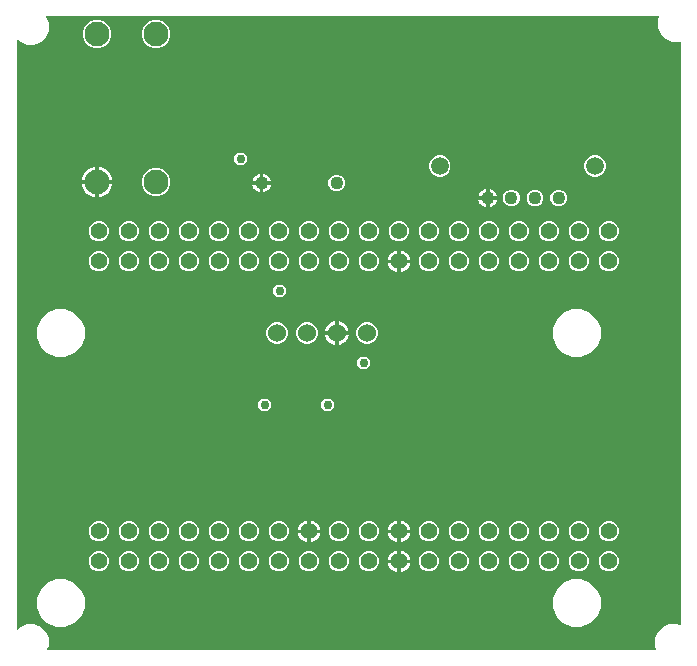
<source format=gbr>
G04 EAGLE Gerber RS-274X export*
G75*
%MOMM*%
%FSLAX34Y34*%
%LPD*%
%INEAGLE Copper Layer 15*%
%IPPOS*%
%AMOC8*
5,1,8,0,0,1.08239X$1,22.5*%
G01*
%ADD10C,1.524000*%
%ADD11C,2.100000*%
%ADD12C,1.397000*%
%ADD13C,1.108000*%
%ADD14C,1.508000*%
%ADD15C,0.756400*%

G36*
X-819844Y-2732270D02*
X-819844Y-2732270D01*
X-819798Y-2732272D01*
X-819723Y-2732250D01*
X-819646Y-2732238D01*
X-819605Y-2732216D01*
X-819561Y-2732203D01*
X-819497Y-2732159D01*
X-819429Y-2732122D01*
X-819397Y-2732089D01*
X-819359Y-2732063D01*
X-819313Y-2732000D01*
X-819259Y-2731944D01*
X-819240Y-2731902D01*
X-819213Y-2731866D01*
X-819188Y-2731792D01*
X-819156Y-2731721D01*
X-819151Y-2731675D01*
X-819136Y-2731632D01*
X-819137Y-2731554D01*
X-819129Y-2731477D01*
X-819138Y-2731432D01*
X-819139Y-2731386D01*
X-819177Y-2731254D01*
X-819181Y-2731236D01*
X-819183Y-2731232D01*
X-819185Y-2731225D01*
X-820341Y-2728436D01*
X-820341Y-2722404D01*
X-818033Y-2716832D01*
X-813768Y-2712567D01*
X-808196Y-2710259D01*
X-802164Y-2710259D01*
X-799375Y-2711415D01*
X-799331Y-2711425D01*
X-799289Y-2711444D01*
X-799212Y-2711453D01*
X-799136Y-2711471D01*
X-799090Y-2711466D01*
X-799045Y-2711471D01*
X-798968Y-2711455D01*
X-798891Y-2711448D01*
X-798849Y-2711429D01*
X-798804Y-2711419D01*
X-798737Y-2711379D01*
X-798666Y-2711348D01*
X-798632Y-2711317D01*
X-798593Y-2711293D01*
X-798542Y-2711234D01*
X-798485Y-2711181D01*
X-798463Y-2711141D01*
X-798433Y-2711106D01*
X-798404Y-2711034D01*
X-798367Y-2710966D01*
X-798358Y-2710921D01*
X-798341Y-2710878D01*
X-798326Y-2710742D01*
X-798323Y-2710724D01*
X-798324Y-2710719D01*
X-798323Y-2710711D01*
X-798323Y-2217941D01*
X-798330Y-2217896D01*
X-798328Y-2217850D01*
X-798350Y-2217775D01*
X-798362Y-2217698D01*
X-798384Y-2217658D01*
X-798397Y-2217613D01*
X-798441Y-2217549D01*
X-798478Y-2217481D01*
X-798511Y-2217449D01*
X-798537Y-2217411D01*
X-798600Y-2217365D01*
X-798656Y-2217311D01*
X-798697Y-2217292D01*
X-798734Y-2217265D01*
X-798809Y-2217240D01*
X-798879Y-2217208D01*
X-798925Y-2217203D01*
X-798968Y-2217188D01*
X-799046Y-2217189D01*
X-799123Y-2217181D01*
X-799168Y-2217190D01*
X-799214Y-2217191D01*
X-799345Y-2217229D01*
X-799364Y-2217233D01*
X-799368Y-2217235D01*
X-799375Y-2217238D01*
X-799624Y-2217341D01*
X-805656Y-2217341D01*
X-811228Y-2215033D01*
X-815493Y-2210768D01*
X-817801Y-2205196D01*
X-817801Y-2199164D01*
X-816645Y-2196375D01*
X-816635Y-2196331D01*
X-816616Y-2196289D01*
X-816607Y-2196212D01*
X-816589Y-2196136D01*
X-816594Y-2196090D01*
X-816589Y-2196045D01*
X-816605Y-2195968D01*
X-816612Y-2195891D01*
X-816631Y-2195849D01*
X-816641Y-2195804D01*
X-816681Y-2195737D01*
X-816712Y-2195666D01*
X-816743Y-2195632D01*
X-816767Y-2195593D01*
X-816826Y-2195542D01*
X-816879Y-2195485D01*
X-816919Y-2195463D01*
X-816954Y-2195433D01*
X-817026Y-2195404D01*
X-817094Y-2195367D01*
X-817139Y-2195358D01*
X-817182Y-2195341D01*
X-817318Y-2195326D01*
X-817336Y-2195323D01*
X-817341Y-2195324D01*
X-817349Y-2195323D01*
X-1335083Y-2195323D01*
X-1335129Y-2195330D01*
X-1335174Y-2195328D01*
X-1335249Y-2195350D01*
X-1335326Y-2195362D01*
X-1335367Y-2195384D01*
X-1335411Y-2195397D01*
X-1335475Y-2195441D01*
X-1335543Y-2195478D01*
X-1335575Y-2195511D01*
X-1335613Y-2195537D01*
X-1335659Y-2195600D01*
X-1335713Y-2195656D01*
X-1335732Y-2195698D01*
X-1335760Y-2195734D01*
X-1335784Y-2195808D01*
X-1335816Y-2195879D01*
X-1335822Y-2195925D01*
X-1335836Y-2195968D01*
X-1335835Y-2196046D01*
X-1335844Y-2196123D01*
X-1335834Y-2196168D01*
X-1335833Y-2196214D01*
X-1335795Y-2196346D01*
X-1335791Y-2196364D01*
X-1335789Y-2196368D01*
X-1335787Y-2196375D01*
X-1333579Y-2201704D01*
X-1333579Y-2207736D01*
X-1335887Y-2213308D01*
X-1340152Y-2217573D01*
X-1345724Y-2219881D01*
X-1351756Y-2219881D01*
X-1357328Y-2217573D01*
X-1359378Y-2215523D01*
X-1359436Y-2215481D01*
X-1359488Y-2215432D01*
X-1359535Y-2215410D01*
X-1359577Y-2215379D01*
X-1359646Y-2215358D01*
X-1359711Y-2215328D01*
X-1359763Y-2215322D01*
X-1359813Y-2215307D01*
X-1359884Y-2215309D01*
X-1359955Y-2215301D01*
X-1360006Y-2215312D01*
X-1360058Y-2215313D01*
X-1360126Y-2215338D01*
X-1360196Y-2215353D01*
X-1360241Y-2215380D01*
X-1360289Y-2215398D01*
X-1360345Y-2215443D01*
X-1360407Y-2215479D01*
X-1360441Y-2215519D01*
X-1360481Y-2215551D01*
X-1360520Y-2215612D01*
X-1360567Y-2215666D01*
X-1360586Y-2215715D01*
X-1360614Y-2215758D01*
X-1360632Y-2215828D01*
X-1360659Y-2215894D01*
X-1360667Y-2215966D01*
X-1360675Y-2215997D01*
X-1360673Y-2216020D01*
X-1360677Y-2216061D01*
X-1360677Y-2714079D01*
X-1360666Y-2714150D01*
X-1360664Y-2714221D01*
X-1360646Y-2714270D01*
X-1360638Y-2714322D01*
X-1360604Y-2714385D01*
X-1360579Y-2714452D01*
X-1360547Y-2714493D01*
X-1360522Y-2714539D01*
X-1360470Y-2714588D01*
X-1360426Y-2714644D01*
X-1360382Y-2714673D01*
X-1360344Y-2714708D01*
X-1360279Y-2714739D01*
X-1360219Y-2714777D01*
X-1360168Y-2714790D01*
X-1360121Y-2714812D01*
X-1360050Y-2714820D01*
X-1359980Y-2714837D01*
X-1359928Y-2714833D01*
X-1359877Y-2714839D01*
X-1359806Y-2714824D01*
X-1359735Y-2714818D01*
X-1359687Y-2714798D01*
X-1359636Y-2714787D01*
X-1359575Y-2714750D01*
X-1359509Y-2714722D01*
X-1359453Y-2714677D01*
X-1359425Y-2714661D01*
X-1359410Y-2714643D01*
X-1359378Y-2714617D01*
X-1357328Y-2712567D01*
X-1351756Y-2710259D01*
X-1345724Y-2710259D01*
X-1340152Y-2712567D01*
X-1335887Y-2716832D01*
X-1333579Y-2722404D01*
X-1333579Y-2728436D01*
X-1334735Y-2731225D01*
X-1334745Y-2731269D01*
X-1334764Y-2731311D01*
X-1334773Y-2731388D01*
X-1334791Y-2731464D01*
X-1334786Y-2731510D01*
X-1334791Y-2731555D01*
X-1334775Y-2731632D01*
X-1334768Y-2731709D01*
X-1334749Y-2731751D01*
X-1334739Y-2731796D01*
X-1334699Y-2731863D01*
X-1334668Y-2731934D01*
X-1334637Y-2731968D01*
X-1334613Y-2732007D01*
X-1334554Y-2732058D01*
X-1334501Y-2732115D01*
X-1334461Y-2732137D01*
X-1334426Y-2732167D01*
X-1334354Y-2732196D01*
X-1334286Y-2732233D01*
X-1334241Y-2732242D01*
X-1334198Y-2732259D01*
X-1334062Y-2732274D01*
X-1334044Y-2732277D01*
X-1334039Y-2732276D01*
X-1334031Y-2732277D01*
X-819889Y-2732277D01*
X-819844Y-2732270D01*
G37*
%LPC*%
G36*
X-1327350Y-2483961D02*
X-1327350Y-2483961D01*
X-1334760Y-2480891D01*
X-1340431Y-2475220D01*
X-1343501Y-2467810D01*
X-1343501Y-2459790D01*
X-1340431Y-2452380D01*
X-1334760Y-2446709D01*
X-1327350Y-2443639D01*
X-1319330Y-2443639D01*
X-1311920Y-2446709D01*
X-1306249Y-2452380D01*
X-1303179Y-2459790D01*
X-1303179Y-2467810D01*
X-1306249Y-2475220D01*
X-1311920Y-2480891D01*
X-1319330Y-2483961D01*
X-1327350Y-2483961D01*
G37*
%LPD*%
%LPC*%
G36*
X-890470Y-2483961D02*
X-890470Y-2483961D01*
X-897880Y-2480891D01*
X-903551Y-2475220D01*
X-906621Y-2467810D01*
X-906621Y-2459790D01*
X-903551Y-2452380D01*
X-897880Y-2446709D01*
X-890470Y-2443639D01*
X-882450Y-2443639D01*
X-875040Y-2446709D01*
X-869369Y-2452380D01*
X-866299Y-2459790D01*
X-866299Y-2467810D01*
X-869369Y-2475220D01*
X-875040Y-2480891D01*
X-882450Y-2483961D01*
X-890470Y-2483961D01*
G37*
%LPD*%
%LPC*%
G36*
X-890470Y-2712561D02*
X-890470Y-2712561D01*
X-897880Y-2709491D01*
X-903551Y-2703820D01*
X-906621Y-2696410D01*
X-906621Y-2688390D01*
X-903551Y-2680980D01*
X-897880Y-2675309D01*
X-890470Y-2672239D01*
X-882450Y-2672239D01*
X-875040Y-2675309D01*
X-869369Y-2680980D01*
X-866299Y-2688390D01*
X-866299Y-2696410D01*
X-869369Y-2703820D01*
X-875040Y-2709491D01*
X-882450Y-2712561D01*
X-890470Y-2712561D01*
G37*
%LPD*%
%LPC*%
G36*
X-1327350Y-2712561D02*
X-1327350Y-2712561D01*
X-1334760Y-2709491D01*
X-1340431Y-2703820D01*
X-1343501Y-2696410D01*
X-1343501Y-2688390D01*
X-1340431Y-2680980D01*
X-1334760Y-2675309D01*
X-1327350Y-2672239D01*
X-1319330Y-2672239D01*
X-1311920Y-2675309D01*
X-1306249Y-2680980D01*
X-1303179Y-2688390D01*
X-1303179Y-2696410D01*
X-1306249Y-2703820D01*
X-1311920Y-2709491D01*
X-1319330Y-2712561D01*
X-1327350Y-2712561D01*
G37*
%LPD*%
%LPC*%
G36*
X-1244852Y-2222825D02*
X-1244852Y-2222825D01*
X-1249271Y-2220994D01*
X-1252654Y-2217611D01*
X-1254485Y-2213192D01*
X-1254485Y-2208408D01*
X-1252654Y-2203989D01*
X-1249271Y-2200606D01*
X-1244852Y-2198775D01*
X-1240068Y-2198775D01*
X-1235649Y-2200606D01*
X-1232266Y-2203989D01*
X-1230435Y-2208408D01*
X-1230435Y-2213192D01*
X-1232266Y-2217611D01*
X-1235649Y-2220994D01*
X-1240068Y-2222825D01*
X-1244852Y-2222825D01*
G37*
%LPD*%
%LPC*%
G36*
X-1294852Y-2222825D02*
X-1294852Y-2222825D01*
X-1299271Y-2220994D01*
X-1302654Y-2217611D01*
X-1304485Y-2213192D01*
X-1304485Y-2208408D01*
X-1302654Y-2203989D01*
X-1299271Y-2200606D01*
X-1294852Y-2198775D01*
X-1290068Y-2198775D01*
X-1285649Y-2200606D01*
X-1282266Y-2203989D01*
X-1280435Y-2208408D01*
X-1280435Y-2213192D01*
X-1282266Y-2217611D01*
X-1285649Y-2220994D01*
X-1290068Y-2222825D01*
X-1294852Y-2222825D01*
G37*
%LPD*%
%LPC*%
G36*
X-1244852Y-2347825D02*
X-1244852Y-2347825D01*
X-1249271Y-2345994D01*
X-1252654Y-2342611D01*
X-1254485Y-2338192D01*
X-1254485Y-2333408D01*
X-1252654Y-2328989D01*
X-1249271Y-2325606D01*
X-1244852Y-2323775D01*
X-1240068Y-2323775D01*
X-1235649Y-2325606D01*
X-1232266Y-2328989D01*
X-1230435Y-2333408D01*
X-1230435Y-2338192D01*
X-1232266Y-2342611D01*
X-1235649Y-2345994D01*
X-1240068Y-2347825D01*
X-1244852Y-2347825D01*
G37*
%LPD*%
%LPC*%
G36*
X-1116879Y-2472945D02*
X-1116879Y-2472945D01*
X-1120240Y-2471553D01*
X-1122813Y-2468980D01*
X-1124205Y-2465619D01*
X-1124205Y-2461981D01*
X-1122813Y-2458620D01*
X-1120240Y-2456047D01*
X-1116879Y-2454655D01*
X-1113241Y-2454655D01*
X-1109880Y-2456047D01*
X-1107307Y-2458620D01*
X-1105915Y-2461981D01*
X-1105915Y-2465619D01*
X-1107307Y-2468980D01*
X-1109880Y-2471553D01*
X-1113241Y-2472945D01*
X-1116879Y-2472945D01*
G37*
%LPD*%
%LPC*%
G36*
X-1066079Y-2472945D02*
X-1066079Y-2472945D01*
X-1069440Y-2471553D01*
X-1072013Y-2468980D01*
X-1073405Y-2465619D01*
X-1073405Y-2461981D01*
X-1072013Y-2458620D01*
X-1069440Y-2456047D01*
X-1066079Y-2454655D01*
X-1062441Y-2454655D01*
X-1059080Y-2456047D01*
X-1056507Y-2458620D01*
X-1055115Y-2461981D01*
X-1055115Y-2465619D01*
X-1056507Y-2468980D01*
X-1059080Y-2471553D01*
X-1062441Y-2472945D01*
X-1066079Y-2472945D01*
G37*
%LPD*%
%LPC*%
G36*
X-1142279Y-2472945D02*
X-1142279Y-2472945D01*
X-1145640Y-2471553D01*
X-1148213Y-2468980D01*
X-1149605Y-2465619D01*
X-1149605Y-2461981D01*
X-1148213Y-2458620D01*
X-1145640Y-2456047D01*
X-1142279Y-2454655D01*
X-1138641Y-2454655D01*
X-1135280Y-2456047D01*
X-1132707Y-2458620D01*
X-1131315Y-2461981D01*
X-1131315Y-2465619D01*
X-1132707Y-2468980D01*
X-1135280Y-2471553D01*
X-1138641Y-2472945D01*
X-1142279Y-2472945D01*
G37*
%LPD*%
%LPC*%
G36*
X-872803Y-2331465D02*
X-872803Y-2331465D01*
X-876135Y-2330085D01*
X-878685Y-2327535D01*
X-880065Y-2324203D01*
X-880065Y-2320597D01*
X-878685Y-2317265D01*
X-876135Y-2314715D01*
X-872803Y-2313335D01*
X-869197Y-2313335D01*
X-865865Y-2314715D01*
X-863315Y-2317265D01*
X-861935Y-2320597D01*
X-861935Y-2324203D01*
X-863315Y-2327535D01*
X-865865Y-2330085D01*
X-869197Y-2331465D01*
X-872803Y-2331465D01*
G37*
%LPD*%
%LPC*%
G36*
X-1004203Y-2331465D02*
X-1004203Y-2331465D01*
X-1007535Y-2330085D01*
X-1010085Y-2327535D01*
X-1011465Y-2324203D01*
X-1011465Y-2320597D01*
X-1010085Y-2317265D01*
X-1007535Y-2314715D01*
X-1004203Y-2313335D01*
X-1000597Y-2313335D01*
X-997265Y-2314715D01*
X-994715Y-2317265D01*
X-993335Y-2320597D01*
X-993335Y-2324203D01*
X-994715Y-2327535D01*
X-997265Y-2330085D01*
X-1000597Y-2331465D01*
X-1004203Y-2331465D01*
G37*
%LPD*%
%LPC*%
G36*
X-937093Y-2665610D02*
X-937093Y-2665610D01*
X-940220Y-2664314D01*
X-942614Y-2661920D01*
X-943910Y-2658793D01*
X-943910Y-2655407D01*
X-942614Y-2652280D01*
X-940220Y-2649886D01*
X-937093Y-2648590D01*
X-933707Y-2648590D01*
X-930580Y-2649886D01*
X-928186Y-2652280D01*
X-926890Y-2655407D01*
X-926890Y-2658793D01*
X-928186Y-2661920D01*
X-930580Y-2664314D01*
X-933707Y-2665610D01*
X-937093Y-2665610D01*
G37*
%LPD*%
%LPC*%
G36*
X-911693Y-2665610D02*
X-911693Y-2665610D01*
X-914820Y-2664314D01*
X-917214Y-2661920D01*
X-918510Y-2658793D01*
X-918510Y-2655407D01*
X-917214Y-2652280D01*
X-914820Y-2649886D01*
X-911693Y-2648590D01*
X-908307Y-2648590D01*
X-905180Y-2649886D01*
X-902786Y-2652280D01*
X-901490Y-2655407D01*
X-901490Y-2658793D01*
X-902786Y-2661920D01*
X-905180Y-2664314D01*
X-908307Y-2665610D01*
X-911693Y-2665610D01*
G37*
%LPD*%
%LPC*%
G36*
X-886293Y-2665610D02*
X-886293Y-2665610D01*
X-889420Y-2664314D01*
X-891814Y-2661920D01*
X-893110Y-2658793D01*
X-893110Y-2655407D01*
X-891814Y-2652280D01*
X-889420Y-2649886D01*
X-886293Y-2648590D01*
X-882907Y-2648590D01*
X-879780Y-2649886D01*
X-877386Y-2652280D01*
X-876090Y-2655407D01*
X-876090Y-2658793D01*
X-877386Y-2661920D01*
X-879780Y-2664314D01*
X-882907Y-2665610D01*
X-886293Y-2665610D01*
G37*
%LPD*%
%LPC*%
G36*
X-860893Y-2665610D02*
X-860893Y-2665610D01*
X-864020Y-2664314D01*
X-866414Y-2661920D01*
X-867710Y-2658793D01*
X-867710Y-2655407D01*
X-866414Y-2652280D01*
X-864020Y-2649886D01*
X-860893Y-2648590D01*
X-857507Y-2648590D01*
X-854380Y-2649886D01*
X-851986Y-2652280D01*
X-850690Y-2655407D01*
X-850690Y-2658793D01*
X-851986Y-2661920D01*
X-854380Y-2664314D01*
X-857507Y-2665610D01*
X-860893Y-2665610D01*
G37*
%LPD*%
%LPC*%
G36*
X-962493Y-2665610D02*
X-962493Y-2665610D01*
X-965620Y-2664314D01*
X-968014Y-2661920D01*
X-969310Y-2658793D01*
X-969310Y-2655407D01*
X-968014Y-2652280D01*
X-965620Y-2649886D01*
X-962493Y-2648590D01*
X-959107Y-2648590D01*
X-955980Y-2649886D01*
X-953586Y-2652280D01*
X-952290Y-2655407D01*
X-952290Y-2658793D01*
X-953586Y-2661920D01*
X-955980Y-2664314D01*
X-959107Y-2665610D01*
X-962493Y-2665610D01*
G37*
%LPD*%
%LPC*%
G36*
X-1114893Y-2665610D02*
X-1114893Y-2665610D01*
X-1118020Y-2664314D01*
X-1120414Y-2661920D01*
X-1121710Y-2658793D01*
X-1121710Y-2655407D01*
X-1120414Y-2652280D01*
X-1118020Y-2649886D01*
X-1114893Y-2648590D01*
X-1111507Y-2648590D01*
X-1108380Y-2649886D01*
X-1105986Y-2652280D01*
X-1104690Y-2655407D01*
X-1104690Y-2658793D01*
X-1105986Y-2661920D01*
X-1108380Y-2664314D01*
X-1111507Y-2665610D01*
X-1114893Y-2665610D01*
G37*
%LPD*%
%LPC*%
G36*
X-1089493Y-2665610D02*
X-1089493Y-2665610D01*
X-1092620Y-2664314D01*
X-1095014Y-2661920D01*
X-1096310Y-2658793D01*
X-1096310Y-2655407D01*
X-1095014Y-2652280D01*
X-1092620Y-2649886D01*
X-1089493Y-2648590D01*
X-1086107Y-2648590D01*
X-1082980Y-2649886D01*
X-1080586Y-2652280D01*
X-1079290Y-2655407D01*
X-1079290Y-2658793D01*
X-1080586Y-2661920D01*
X-1082980Y-2664314D01*
X-1086107Y-2665610D01*
X-1089493Y-2665610D01*
G37*
%LPD*%
%LPC*%
G36*
X-1064093Y-2665610D02*
X-1064093Y-2665610D01*
X-1067220Y-2664314D01*
X-1069614Y-2661920D01*
X-1070910Y-2658793D01*
X-1070910Y-2655407D01*
X-1069614Y-2652280D01*
X-1067220Y-2649886D01*
X-1064093Y-2648590D01*
X-1060707Y-2648590D01*
X-1057580Y-2649886D01*
X-1055186Y-2652280D01*
X-1053890Y-2655407D01*
X-1053890Y-2658793D01*
X-1055186Y-2661920D01*
X-1057580Y-2664314D01*
X-1060707Y-2665610D01*
X-1064093Y-2665610D01*
G37*
%LPD*%
%LPC*%
G36*
X-1140293Y-2665610D02*
X-1140293Y-2665610D01*
X-1143420Y-2664314D01*
X-1145814Y-2661920D01*
X-1147110Y-2658793D01*
X-1147110Y-2655407D01*
X-1145814Y-2652280D01*
X-1143420Y-2649886D01*
X-1140293Y-2648590D01*
X-1136907Y-2648590D01*
X-1133780Y-2649886D01*
X-1131386Y-2652280D01*
X-1130090Y-2655407D01*
X-1130090Y-2658793D01*
X-1131386Y-2661920D01*
X-1133780Y-2664314D01*
X-1136907Y-2665610D01*
X-1140293Y-2665610D01*
G37*
%LPD*%
%LPC*%
G36*
X-1165693Y-2665610D02*
X-1165693Y-2665610D01*
X-1168820Y-2664314D01*
X-1171214Y-2661920D01*
X-1172510Y-2658793D01*
X-1172510Y-2655407D01*
X-1171214Y-2652280D01*
X-1168820Y-2649886D01*
X-1165693Y-2648590D01*
X-1162307Y-2648590D01*
X-1159180Y-2649886D01*
X-1156786Y-2652280D01*
X-1155490Y-2655407D01*
X-1155490Y-2658793D01*
X-1156786Y-2661920D01*
X-1159180Y-2664314D01*
X-1162307Y-2665610D01*
X-1165693Y-2665610D01*
G37*
%LPD*%
%LPC*%
G36*
X-860893Y-2386210D02*
X-860893Y-2386210D01*
X-864020Y-2384914D01*
X-866414Y-2382520D01*
X-867710Y-2379393D01*
X-867710Y-2376007D01*
X-866414Y-2372880D01*
X-864020Y-2370486D01*
X-860893Y-2369190D01*
X-857507Y-2369190D01*
X-854380Y-2370486D01*
X-851986Y-2372880D01*
X-850690Y-2376007D01*
X-850690Y-2379393D01*
X-851986Y-2382520D01*
X-854380Y-2384914D01*
X-857507Y-2386210D01*
X-860893Y-2386210D01*
G37*
%LPD*%
%LPC*%
G36*
X-1191093Y-2665610D02*
X-1191093Y-2665610D01*
X-1194220Y-2664314D01*
X-1196614Y-2661920D01*
X-1197910Y-2658793D01*
X-1197910Y-2655407D01*
X-1196614Y-2652280D01*
X-1194220Y-2649886D01*
X-1191093Y-2648590D01*
X-1187707Y-2648590D01*
X-1184580Y-2649886D01*
X-1182186Y-2652280D01*
X-1180890Y-2655407D01*
X-1180890Y-2658793D01*
X-1182186Y-2661920D01*
X-1184580Y-2664314D01*
X-1187707Y-2665610D01*
X-1191093Y-2665610D01*
G37*
%LPD*%
%LPC*%
G36*
X-1216493Y-2665610D02*
X-1216493Y-2665610D01*
X-1219620Y-2664314D01*
X-1222014Y-2661920D01*
X-1223310Y-2658793D01*
X-1223310Y-2655407D01*
X-1222014Y-2652280D01*
X-1219620Y-2649886D01*
X-1216493Y-2648590D01*
X-1213107Y-2648590D01*
X-1209980Y-2649886D01*
X-1207586Y-2652280D01*
X-1206290Y-2655407D01*
X-1206290Y-2658793D01*
X-1207586Y-2661920D01*
X-1209980Y-2664314D01*
X-1213107Y-2665610D01*
X-1216493Y-2665610D01*
G37*
%LPD*%
%LPC*%
G36*
X-1241893Y-2665610D02*
X-1241893Y-2665610D01*
X-1245020Y-2664314D01*
X-1247414Y-2661920D01*
X-1248710Y-2658793D01*
X-1248710Y-2655407D01*
X-1247414Y-2652280D01*
X-1245020Y-2649886D01*
X-1241893Y-2648590D01*
X-1238507Y-2648590D01*
X-1235380Y-2649886D01*
X-1232986Y-2652280D01*
X-1231690Y-2655407D01*
X-1231690Y-2658793D01*
X-1232986Y-2661920D01*
X-1235380Y-2664314D01*
X-1238507Y-2665610D01*
X-1241893Y-2665610D01*
G37*
%LPD*%
%LPC*%
G36*
X-1267293Y-2665610D02*
X-1267293Y-2665610D01*
X-1270420Y-2664314D01*
X-1272814Y-2661920D01*
X-1274110Y-2658793D01*
X-1274110Y-2655407D01*
X-1272814Y-2652280D01*
X-1270420Y-2649886D01*
X-1267293Y-2648590D01*
X-1263907Y-2648590D01*
X-1260780Y-2649886D01*
X-1258386Y-2652280D01*
X-1257090Y-2655407D01*
X-1257090Y-2658793D01*
X-1258386Y-2661920D01*
X-1260780Y-2664314D01*
X-1263907Y-2665610D01*
X-1267293Y-2665610D01*
G37*
%LPD*%
%LPC*%
G36*
X-1292693Y-2665610D02*
X-1292693Y-2665610D01*
X-1295820Y-2664314D01*
X-1298214Y-2661920D01*
X-1299510Y-2658793D01*
X-1299510Y-2655407D01*
X-1298214Y-2652280D01*
X-1295820Y-2649886D01*
X-1292693Y-2648590D01*
X-1289307Y-2648590D01*
X-1286180Y-2649886D01*
X-1283786Y-2652280D01*
X-1282490Y-2655407D01*
X-1282490Y-2658793D01*
X-1283786Y-2661920D01*
X-1286180Y-2664314D01*
X-1289307Y-2665610D01*
X-1292693Y-2665610D01*
G37*
%LPD*%
%LPC*%
G36*
X-987893Y-2665610D02*
X-987893Y-2665610D01*
X-991020Y-2664314D01*
X-993414Y-2661920D01*
X-994710Y-2658793D01*
X-994710Y-2655407D01*
X-993414Y-2652280D01*
X-991020Y-2649886D01*
X-987893Y-2648590D01*
X-984507Y-2648590D01*
X-981380Y-2649886D01*
X-978986Y-2652280D01*
X-977690Y-2655407D01*
X-977690Y-2658793D01*
X-978986Y-2661920D01*
X-981380Y-2664314D01*
X-984507Y-2665610D01*
X-987893Y-2665610D01*
G37*
%LPD*%
%LPC*%
G36*
X-1114893Y-2386210D02*
X-1114893Y-2386210D01*
X-1118020Y-2384914D01*
X-1120414Y-2382520D01*
X-1121710Y-2379393D01*
X-1121710Y-2376007D01*
X-1120414Y-2372880D01*
X-1118020Y-2370486D01*
X-1114893Y-2369190D01*
X-1111507Y-2369190D01*
X-1108380Y-2370486D01*
X-1105986Y-2372880D01*
X-1104690Y-2376007D01*
X-1104690Y-2379393D01*
X-1105986Y-2382520D01*
X-1108380Y-2384914D01*
X-1111507Y-2386210D01*
X-1114893Y-2386210D01*
G37*
%LPD*%
%LPC*%
G36*
X-1140293Y-2386210D02*
X-1140293Y-2386210D01*
X-1143420Y-2384914D01*
X-1145814Y-2382520D01*
X-1147110Y-2379393D01*
X-1147110Y-2376007D01*
X-1145814Y-2372880D01*
X-1143420Y-2370486D01*
X-1140293Y-2369190D01*
X-1136907Y-2369190D01*
X-1133780Y-2370486D01*
X-1131386Y-2372880D01*
X-1130090Y-2376007D01*
X-1130090Y-2379393D01*
X-1131386Y-2382520D01*
X-1133780Y-2384914D01*
X-1136907Y-2386210D01*
X-1140293Y-2386210D01*
G37*
%LPD*%
%LPC*%
G36*
X-1165693Y-2386210D02*
X-1165693Y-2386210D01*
X-1168820Y-2384914D01*
X-1171214Y-2382520D01*
X-1172510Y-2379393D01*
X-1172510Y-2376007D01*
X-1171214Y-2372880D01*
X-1168820Y-2370486D01*
X-1165693Y-2369190D01*
X-1162307Y-2369190D01*
X-1159180Y-2370486D01*
X-1156786Y-2372880D01*
X-1155490Y-2376007D01*
X-1155490Y-2379393D01*
X-1156786Y-2382520D01*
X-1159180Y-2384914D01*
X-1162307Y-2386210D01*
X-1165693Y-2386210D01*
G37*
%LPD*%
%LPC*%
G36*
X-1191093Y-2386210D02*
X-1191093Y-2386210D01*
X-1194220Y-2384914D01*
X-1196614Y-2382520D01*
X-1197910Y-2379393D01*
X-1197910Y-2376007D01*
X-1196614Y-2372880D01*
X-1194220Y-2370486D01*
X-1191093Y-2369190D01*
X-1187707Y-2369190D01*
X-1184580Y-2370486D01*
X-1182186Y-2372880D01*
X-1180890Y-2376007D01*
X-1180890Y-2379393D01*
X-1182186Y-2382520D01*
X-1184580Y-2384914D01*
X-1187707Y-2386210D01*
X-1191093Y-2386210D01*
G37*
%LPD*%
%LPC*%
G36*
X-1216493Y-2386210D02*
X-1216493Y-2386210D01*
X-1219620Y-2384914D01*
X-1222014Y-2382520D01*
X-1223310Y-2379393D01*
X-1223310Y-2376007D01*
X-1222014Y-2372880D01*
X-1219620Y-2370486D01*
X-1216493Y-2369190D01*
X-1213107Y-2369190D01*
X-1209980Y-2370486D01*
X-1207586Y-2372880D01*
X-1206290Y-2376007D01*
X-1206290Y-2379393D01*
X-1207586Y-2382520D01*
X-1209980Y-2384914D01*
X-1213107Y-2386210D01*
X-1216493Y-2386210D01*
G37*
%LPD*%
%LPC*%
G36*
X-1241893Y-2386210D02*
X-1241893Y-2386210D01*
X-1245020Y-2384914D01*
X-1247414Y-2382520D01*
X-1248710Y-2379393D01*
X-1248710Y-2376007D01*
X-1247414Y-2372880D01*
X-1245020Y-2370486D01*
X-1241893Y-2369190D01*
X-1238507Y-2369190D01*
X-1235380Y-2370486D01*
X-1232986Y-2372880D01*
X-1231690Y-2376007D01*
X-1231690Y-2379393D01*
X-1232986Y-2382520D01*
X-1235380Y-2384914D01*
X-1238507Y-2386210D01*
X-1241893Y-2386210D01*
G37*
%LPD*%
%LPC*%
G36*
X-1267293Y-2386210D02*
X-1267293Y-2386210D01*
X-1270420Y-2384914D01*
X-1272814Y-2382520D01*
X-1274110Y-2379393D01*
X-1274110Y-2376007D01*
X-1272814Y-2372880D01*
X-1270420Y-2370486D01*
X-1267293Y-2369190D01*
X-1263907Y-2369190D01*
X-1260780Y-2370486D01*
X-1258386Y-2372880D01*
X-1257090Y-2376007D01*
X-1257090Y-2379393D01*
X-1258386Y-2382520D01*
X-1260780Y-2384914D01*
X-1263907Y-2386210D01*
X-1267293Y-2386210D01*
G37*
%LPD*%
%LPC*%
G36*
X-1292693Y-2386210D02*
X-1292693Y-2386210D01*
X-1295820Y-2384914D01*
X-1298214Y-2382520D01*
X-1299510Y-2379393D01*
X-1299510Y-2376007D01*
X-1298214Y-2372880D01*
X-1295820Y-2370486D01*
X-1292693Y-2369190D01*
X-1289307Y-2369190D01*
X-1286180Y-2370486D01*
X-1283786Y-2372880D01*
X-1282490Y-2376007D01*
X-1282490Y-2379393D01*
X-1283786Y-2382520D01*
X-1286180Y-2384914D01*
X-1289307Y-2386210D01*
X-1292693Y-2386210D01*
G37*
%LPD*%
%LPC*%
G36*
X-886293Y-2386210D02*
X-886293Y-2386210D01*
X-889420Y-2384914D01*
X-891814Y-2382520D01*
X-893110Y-2379393D01*
X-893110Y-2376007D01*
X-891814Y-2372880D01*
X-889420Y-2370486D01*
X-886293Y-2369190D01*
X-882907Y-2369190D01*
X-879780Y-2370486D01*
X-877386Y-2372880D01*
X-876090Y-2376007D01*
X-876090Y-2379393D01*
X-877386Y-2382520D01*
X-879780Y-2384914D01*
X-882907Y-2386210D01*
X-886293Y-2386210D01*
G37*
%LPD*%
%LPC*%
G36*
X-911693Y-2386210D02*
X-911693Y-2386210D01*
X-914820Y-2384914D01*
X-917214Y-2382520D01*
X-918510Y-2379393D01*
X-918510Y-2376007D01*
X-917214Y-2372880D01*
X-914820Y-2370486D01*
X-911693Y-2369190D01*
X-908307Y-2369190D01*
X-905180Y-2370486D01*
X-902786Y-2372880D01*
X-901490Y-2376007D01*
X-901490Y-2379393D01*
X-902786Y-2382520D01*
X-905180Y-2384914D01*
X-908307Y-2386210D01*
X-911693Y-2386210D01*
G37*
%LPD*%
%LPC*%
G36*
X-937093Y-2386210D02*
X-937093Y-2386210D01*
X-940220Y-2384914D01*
X-942614Y-2382520D01*
X-943910Y-2379393D01*
X-943910Y-2376007D01*
X-942614Y-2372880D01*
X-940220Y-2370486D01*
X-937093Y-2369190D01*
X-933707Y-2369190D01*
X-930580Y-2370486D01*
X-928186Y-2372880D01*
X-926890Y-2376007D01*
X-926890Y-2379393D01*
X-928186Y-2382520D01*
X-930580Y-2384914D01*
X-933707Y-2386210D01*
X-937093Y-2386210D01*
G37*
%LPD*%
%LPC*%
G36*
X-962493Y-2386210D02*
X-962493Y-2386210D01*
X-965620Y-2384914D01*
X-968014Y-2382520D01*
X-969310Y-2379393D01*
X-969310Y-2376007D01*
X-968014Y-2372880D01*
X-965620Y-2370486D01*
X-962493Y-2369190D01*
X-959107Y-2369190D01*
X-955980Y-2370486D01*
X-953586Y-2372880D01*
X-952290Y-2376007D01*
X-952290Y-2379393D01*
X-953586Y-2382520D01*
X-955980Y-2384914D01*
X-959107Y-2386210D01*
X-962493Y-2386210D01*
G37*
%LPD*%
%LPC*%
G36*
X-987893Y-2386210D02*
X-987893Y-2386210D01*
X-991020Y-2384914D01*
X-993414Y-2382520D01*
X-994710Y-2379393D01*
X-994710Y-2376007D01*
X-993414Y-2372880D01*
X-991020Y-2370486D01*
X-987893Y-2369190D01*
X-984507Y-2369190D01*
X-981380Y-2370486D01*
X-978986Y-2372880D01*
X-977690Y-2376007D01*
X-977690Y-2379393D01*
X-978986Y-2382520D01*
X-981380Y-2384914D01*
X-984507Y-2386210D01*
X-987893Y-2386210D01*
G37*
%LPD*%
%LPC*%
G36*
X-1013293Y-2386210D02*
X-1013293Y-2386210D01*
X-1016420Y-2384914D01*
X-1018814Y-2382520D01*
X-1020110Y-2379393D01*
X-1020110Y-2376007D01*
X-1018814Y-2372880D01*
X-1016420Y-2370486D01*
X-1013293Y-2369190D01*
X-1009907Y-2369190D01*
X-1006780Y-2370486D01*
X-1004386Y-2372880D01*
X-1003090Y-2376007D01*
X-1003090Y-2379393D01*
X-1004386Y-2382520D01*
X-1006780Y-2384914D01*
X-1009907Y-2386210D01*
X-1013293Y-2386210D01*
G37*
%LPD*%
%LPC*%
G36*
X-1038693Y-2386210D02*
X-1038693Y-2386210D01*
X-1041820Y-2384914D01*
X-1044214Y-2382520D01*
X-1045510Y-2379393D01*
X-1045510Y-2376007D01*
X-1044214Y-2372880D01*
X-1041820Y-2370486D01*
X-1038693Y-2369190D01*
X-1035307Y-2369190D01*
X-1032180Y-2370486D01*
X-1029786Y-2372880D01*
X-1028490Y-2376007D01*
X-1028490Y-2379393D01*
X-1029786Y-2382520D01*
X-1032180Y-2384914D01*
X-1035307Y-2386210D01*
X-1038693Y-2386210D01*
G37*
%LPD*%
%LPC*%
G36*
X-1064093Y-2386210D02*
X-1064093Y-2386210D01*
X-1067220Y-2384914D01*
X-1069614Y-2382520D01*
X-1070910Y-2379393D01*
X-1070910Y-2376007D01*
X-1069614Y-2372880D01*
X-1067220Y-2370486D01*
X-1064093Y-2369190D01*
X-1060707Y-2369190D01*
X-1057580Y-2370486D01*
X-1055186Y-2372880D01*
X-1053890Y-2376007D01*
X-1053890Y-2379393D01*
X-1055186Y-2382520D01*
X-1057580Y-2384914D01*
X-1060707Y-2386210D01*
X-1064093Y-2386210D01*
G37*
%LPD*%
%LPC*%
G36*
X-1089493Y-2386210D02*
X-1089493Y-2386210D01*
X-1092620Y-2384914D01*
X-1095014Y-2382520D01*
X-1096310Y-2379393D01*
X-1096310Y-2376007D01*
X-1095014Y-2372880D01*
X-1092620Y-2370486D01*
X-1089493Y-2369190D01*
X-1086107Y-2369190D01*
X-1082980Y-2370486D01*
X-1080586Y-2372880D01*
X-1079290Y-2376007D01*
X-1079290Y-2379393D01*
X-1080586Y-2382520D01*
X-1082980Y-2384914D01*
X-1086107Y-2386210D01*
X-1089493Y-2386210D01*
G37*
%LPD*%
%LPC*%
G36*
X-987893Y-2411610D02*
X-987893Y-2411610D01*
X-991020Y-2410314D01*
X-993414Y-2407920D01*
X-994710Y-2404793D01*
X-994710Y-2401407D01*
X-993414Y-2398280D01*
X-991020Y-2395886D01*
X-987893Y-2394590D01*
X-984507Y-2394590D01*
X-981380Y-2395886D01*
X-978986Y-2398280D01*
X-977690Y-2401407D01*
X-977690Y-2404793D01*
X-978986Y-2407920D01*
X-981380Y-2410314D01*
X-984507Y-2411610D01*
X-987893Y-2411610D01*
G37*
%LPD*%
%LPC*%
G36*
X-1013293Y-2411610D02*
X-1013293Y-2411610D01*
X-1016420Y-2410314D01*
X-1018814Y-2407920D01*
X-1020110Y-2404793D01*
X-1020110Y-2401407D01*
X-1018814Y-2398280D01*
X-1016420Y-2395886D01*
X-1013293Y-2394590D01*
X-1009907Y-2394590D01*
X-1006780Y-2395886D01*
X-1004386Y-2398280D01*
X-1003090Y-2401407D01*
X-1003090Y-2404793D01*
X-1004386Y-2407920D01*
X-1006780Y-2410314D01*
X-1009907Y-2411610D01*
X-1013293Y-2411610D01*
G37*
%LPD*%
%LPC*%
G36*
X-1064093Y-2411610D02*
X-1064093Y-2411610D01*
X-1067220Y-2410314D01*
X-1069614Y-2407920D01*
X-1070910Y-2404793D01*
X-1070910Y-2401407D01*
X-1069614Y-2398280D01*
X-1067220Y-2395886D01*
X-1064093Y-2394590D01*
X-1060707Y-2394590D01*
X-1057580Y-2395886D01*
X-1055186Y-2398280D01*
X-1053890Y-2401407D01*
X-1053890Y-2404793D01*
X-1055186Y-2407920D01*
X-1057580Y-2410314D01*
X-1060707Y-2411610D01*
X-1064093Y-2411610D01*
G37*
%LPD*%
%LPC*%
G36*
X-1089493Y-2411610D02*
X-1089493Y-2411610D01*
X-1092620Y-2410314D01*
X-1095014Y-2407920D01*
X-1096310Y-2404793D01*
X-1096310Y-2401407D01*
X-1095014Y-2398280D01*
X-1092620Y-2395886D01*
X-1089493Y-2394590D01*
X-1086107Y-2394590D01*
X-1082980Y-2395886D01*
X-1080586Y-2398280D01*
X-1079290Y-2401407D01*
X-1079290Y-2404793D01*
X-1080586Y-2407920D01*
X-1082980Y-2410314D01*
X-1086107Y-2411610D01*
X-1089493Y-2411610D01*
G37*
%LPD*%
%LPC*%
G36*
X-1114893Y-2411610D02*
X-1114893Y-2411610D01*
X-1118020Y-2410314D01*
X-1120414Y-2407920D01*
X-1121710Y-2404793D01*
X-1121710Y-2401407D01*
X-1120414Y-2398280D01*
X-1118020Y-2395886D01*
X-1114893Y-2394590D01*
X-1111507Y-2394590D01*
X-1108380Y-2395886D01*
X-1105986Y-2398280D01*
X-1104690Y-2401407D01*
X-1104690Y-2404793D01*
X-1105986Y-2407920D01*
X-1108380Y-2410314D01*
X-1111507Y-2411610D01*
X-1114893Y-2411610D01*
G37*
%LPD*%
%LPC*%
G36*
X-1140293Y-2411610D02*
X-1140293Y-2411610D01*
X-1143420Y-2410314D01*
X-1145814Y-2407920D01*
X-1147110Y-2404793D01*
X-1147110Y-2401407D01*
X-1145814Y-2398280D01*
X-1143420Y-2395886D01*
X-1140293Y-2394590D01*
X-1136907Y-2394590D01*
X-1133780Y-2395886D01*
X-1131386Y-2398280D01*
X-1130090Y-2401407D01*
X-1130090Y-2404793D01*
X-1131386Y-2407920D01*
X-1133780Y-2410314D01*
X-1136907Y-2411610D01*
X-1140293Y-2411610D01*
G37*
%LPD*%
%LPC*%
G36*
X-1165693Y-2411610D02*
X-1165693Y-2411610D01*
X-1168820Y-2410314D01*
X-1171214Y-2407920D01*
X-1172510Y-2404793D01*
X-1172510Y-2401407D01*
X-1171214Y-2398280D01*
X-1168820Y-2395886D01*
X-1165693Y-2394590D01*
X-1162307Y-2394590D01*
X-1159180Y-2395886D01*
X-1156786Y-2398280D01*
X-1155490Y-2401407D01*
X-1155490Y-2404793D01*
X-1156786Y-2407920D01*
X-1159180Y-2410314D01*
X-1162307Y-2411610D01*
X-1165693Y-2411610D01*
G37*
%LPD*%
%LPC*%
G36*
X-1191093Y-2411610D02*
X-1191093Y-2411610D01*
X-1194220Y-2410314D01*
X-1196614Y-2407920D01*
X-1197910Y-2404793D01*
X-1197910Y-2401407D01*
X-1196614Y-2398280D01*
X-1194220Y-2395886D01*
X-1191093Y-2394590D01*
X-1187707Y-2394590D01*
X-1184580Y-2395886D01*
X-1182186Y-2398280D01*
X-1180890Y-2401407D01*
X-1180890Y-2404793D01*
X-1182186Y-2407920D01*
X-1184580Y-2410314D01*
X-1187707Y-2411610D01*
X-1191093Y-2411610D01*
G37*
%LPD*%
%LPC*%
G36*
X-1216493Y-2411610D02*
X-1216493Y-2411610D01*
X-1219620Y-2410314D01*
X-1222014Y-2407920D01*
X-1223310Y-2404793D01*
X-1223310Y-2401407D01*
X-1222014Y-2398280D01*
X-1219620Y-2395886D01*
X-1216493Y-2394590D01*
X-1213107Y-2394590D01*
X-1209980Y-2395886D01*
X-1207586Y-2398280D01*
X-1206290Y-2401407D01*
X-1206290Y-2404793D01*
X-1207586Y-2407920D01*
X-1209980Y-2410314D01*
X-1213107Y-2411610D01*
X-1216493Y-2411610D01*
G37*
%LPD*%
%LPC*%
G36*
X-1241893Y-2411610D02*
X-1241893Y-2411610D01*
X-1245020Y-2410314D01*
X-1247414Y-2407920D01*
X-1248710Y-2404793D01*
X-1248710Y-2401407D01*
X-1247414Y-2398280D01*
X-1245020Y-2395886D01*
X-1241893Y-2394590D01*
X-1238507Y-2394590D01*
X-1235380Y-2395886D01*
X-1232986Y-2398280D01*
X-1231690Y-2401407D01*
X-1231690Y-2404793D01*
X-1232986Y-2407920D01*
X-1235380Y-2410314D01*
X-1238507Y-2411610D01*
X-1241893Y-2411610D01*
G37*
%LPD*%
%LPC*%
G36*
X-1267293Y-2411610D02*
X-1267293Y-2411610D01*
X-1270420Y-2410314D01*
X-1272814Y-2407920D01*
X-1274110Y-2404793D01*
X-1274110Y-2401407D01*
X-1272814Y-2398280D01*
X-1270420Y-2395886D01*
X-1267293Y-2394590D01*
X-1263907Y-2394590D01*
X-1260780Y-2395886D01*
X-1258386Y-2398280D01*
X-1257090Y-2401407D01*
X-1257090Y-2404793D01*
X-1258386Y-2407920D01*
X-1260780Y-2410314D01*
X-1263907Y-2411610D01*
X-1267293Y-2411610D01*
G37*
%LPD*%
%LPC*%
G36*
X-1292693Y-2411610D02*
X-1292693Y-2411610D01*
X-1295820Y-2410314D01*
X-1298214Y-2407920D01*
X-1299510Y-2404793D01*
X-1299510Y-2401407D01*
X-1298214Y-2398280D01*
X-1295820Y-2395886D01*
X-1292693Y-2394590D01*
X-1289307Y-2394590D01*
X-1286180Y-2395886D01*
X-1283786Y-2398280D01*
X-1282490Y-2401407D01*
X-1282490Y-2404793D01*
X-1283786Y-2407920D01*
X-1286180Y-2410314D01*
X-1289307Y-2411610D01*
X-1292693Y-2411610D01*
G37*
%LPD*%
%LPC*%
G36*
X-860893Y-2411610D02*
X-860893Y-2411610D01*
X-864020Y-2410314D01*
X-866414Y-2407920D01*
X-867710Y-2404793D01*
X-867710Y-2401407D01*
X-866414Y-2398280D01*
X-864020Y-2395886D01*
X-860893Y-2394590D01*
X-857507Y-2394590D01*
X-854380Y-2395886D01*
X-851986Y-2398280D01*
X-850690Y-2401407D01*
X-850690Y-2404793D01*
X-851986Y-2407920D01*
X-854380Y-2410314D01*
X-857507Y-2411610D01*
X-860893Y-2411610D01*
G37*
%LPD*%
%LPC*%
G36*
X-886293Y-2411610D02*
X-886293Y-2411610D01*
X-889420Y-2410314D01*
X-891814Y-2407920D01*
X-893110Y-2404793D01*
X-893110Y-2401407D01*
X-891814Y-2398280D01*
X-889420Y-2395886D01*
X-886293Y-2394590D01*
X-882907Y-2394590D01*
X-879780Y-2395886D01*
X-877386Y-2398280D01*
X-876090Y-2401407D01*
X-876090Y-2404793D01*
X-877386Y-2407920D01*
X-879780Y-2410314D01*
X-882907Y-2411610D01*
X-886293Y-2411610D01*
G37*
%LPD*%
%LPC*%
G36*
X-911693Y-2411610D02*
X-911693Y-2411610D01*
X-914820Y-2410314D01*
X-917214Y-2407920D01*
X-918510Y-2404793D01*
X-918510Y-2401407D01*
X-917214Y-2398280D01*
X-914820Y-2395886D01*
X-911693Y-2394590D01*
X-908307Y-2394590D01*
X-905180Y-2395886D01*
X-902786Y-2398280D01*
X-901490Y-2401407D01*
X-901490Y-2404793D01*
X-902786Y-2407920D01*
X-905180Y-2410314D01*
X-908307Y-2411610D01*
X-911693Y-2411610D01*
G37*
%LPD*%
%LPC*%
G36*
X-937093Y-2411610D02*
X-937093Y-2411610D01*
X-940220Y-2410314D01*
X-942614Y-2407920D01*
X-943910Y-2404793D01*
X-943910Y-2401407D01*
X-942614Y-2398280D01*
X-940220Y-2395886D01*
X-937093Y-2394590D01*
X-933707Y-2394590D01*
X-930580Y-2395886D01*
X-928186Y-2398280D01*
X-926890Y-2401407D01*
X-926890Y-2404793D01*
X-928186Y-2407920D01*
X-930580Y-2410314D01*
X-933707Y-2411610D01*
X-937093Y-2411610D01*
G37*
%LPD*%
%LPC*%
G36*
X-962493Y-2411610D02*
X-962493Y-2411610D01*
X-965620Y-2410314D01*
X-968014Y-2407920D01*
X-969310Y-2404793D01*
X-969310Y-2401407D01*
X-968014Y-2398280D01*
X-965620Y-2395886D01*
X-962493Y-2394590D01*
X-959107Y-2394590D01*
X-955980Y-2395886D01*
X-953586Y-2398280D01*
X-952290Y-2401407D01*
X-952290Y-2404793D01*
X-953586Y-2407920D01*
X-955980Y-2410314D01*
X-959107Y-2411610D01*
X-962493Y-2411610D01*
G37*
%LPD*%
%LPC*%
G36*
X-886293Y-2640210D02*
X-886293Y-2640210D01*
X-889420Y-2638914D01*
X-891814Y-2636520D01*
X-893110Y-2633393D01*
X-893110Y-2630007D01*
X-891814Y-2626880D01*
X-889420Y-2624486D01*
X-886293Y-2623190D01*
X-882907Y-2623190D01*
X-879780Y-2624486D01*
X-877386Y-2626880D01*
X-876090Y-2630007D01*
X-876090Y-2633393D01*
X-877386Y-2636520D01*
X-879780Y-2638914D01*
X-882907Y-2640210D01*
X-886293Y-2640210D01*
G37*
%LPD*%
%LPC*%
G36*
X-962493Y-2640210D02*
X-962493Y-2640210D01*
X-965620Y-2638914D01*
X-968014Y-2636520D01*
X-969310Y-2633393D01*
X-969310Y-2630007D01*
X-968014Y-2626880D01*
X-965620Y-2624486D01*
X-962493Y-2623190D01*
X-959107Y-2623190D01*
X-955980Y-2624486D01*
X-953586Y-2626880D01*
X-952290Y-2630007D01*
X-952290Y-2633393D01*
X-953586Y-2636520D01*
X-955980Y-2638914D01*
X-959107Y-2640210D01*
X-962493Y-2640210D01*
G37*
%LPD*%
%LPC*%
G36*
X-987893Y-2640210D02*
X-987893Y-2640210D01*
X-991020Y-2638914D01*
X-993414Y-2636520D01*
X-994710Y-2633393D01*
X-994710Y-2630007D01*
X-993414Y-2626880D01*
X-991020Y-2624486D01*
X-987893Y-2623190D01*
X-984507Y-2623190D01*
X-981380Y-2624486D01*
X-978986Y-2626880D01*
X-977690Y-2630007D01*
X-977690Y-2633393D01*
X-978986Y-2636520D01*
X-981380Y-2638914D01*
X-984507Y-2640210D01*
X-987893Y-2640210D01*
G37*
%LPD*%
%LPC*%
G36*
X-1013293Y-2640210D02*
X-1013293Y-2640210D01*
X-1016420Y-2638914D01*
X-1018814Y-2636520D01*
X-1020110Y-2633393D01*
X-1020110Y-2630007D01*
X-1018814Y-2626880D01*
X-1016420Y-2624486D01*
X-1013293Y-2623190D01*
X-1009907Y-2623190D01*
X-1006780Y-2624486D01*
X-1004386Y-2626880D01*
X-1003090Y-2630007D01*
X-1003090Y-2633393D01*
X-1004386Y-2636520D01*
X-1006780Y-2638914D01*
X-1009907Y-2640210D01*
X-1013293Y-2640210D01*
G37*
%LPD*%
%LPC*%
G36*
X-1064093Y-2640210D02*
X-1064093Y-2640210D01*
X-1067220Y-2638914D01*
X-1069614Y-2636520D01*
X-1070910Y-2633393D01*
X-1070910Y-2630007D01*
X-1069614Y-2626880D01*
X-1067220Y-2624486D01*
X-1064093Y-2623190D01*
X-1060707Y-2623190D01*
X-1057580Y-2624486D01*
X-1055186Y-2626880D01*
X-1053890Y-2630007D01*
X-1053890Y-2633393D01*
X-1055186Y-2636520D01*
X-1057580Y-2638914D01*
X-1060707Y-2640210D01*
X-1064093Y-2640210D01*
G37*
%LPD*%
%LPC*%
G36*
X-1089493Y-2640210D02*
X-1089493Y-2640210D01*
X-1092620Y-2638914D01*
X-1095014Y-2636520D01*
X-1096310Y-2633393D01*
X-1096310Y-2630007D01*
X-1095014Y-2626880D01*
X-1092620Y-2624486D01*
X-1089493Y-2623190D01*
X-1086107Y-2623190D01*
X-1082980Y-2624486D01*
X-1080586Y-2626880D01*
X-1079290Y-2630007D01*
X-1079290Y-2633393D01*
X-1080586Y-2636520D01*
X-1082980Y-2638914D01*
X-1086107Y-2640210D01*
X-1089493Y-2640210D01*
G37*
%LPD*%
%LPC*%
G36*
X-1140293Y-2640210D02*
X-1140293Y-2640210D01*
X-1143420Y-2638914D01*
X-1145814Y-2636520D01*
X-1147110Y-2633393D01*
X-1147110Y-2630007D01*
X-1145814Y-2626880D01*
X-1143420Y-2624486D01*
X-1140293Y-2623190D01*
X-1136907Y-2623190D01*
X-1133780Y-2624486D01*
X-1131386Y-2626880D01*
X-1130090Y-2630007D01*
X-1130090Y-2633393D01*
X-1131386Y-2636520D01*
X-1133780Y-2638914D01*
X-1136907Y-2640210D01*
X-1140293Y-2640210D01*
G37*
%LPD*%
%LPC*%
G36*
X-1165693Y-2640210D02*
X-1165693Y-2640210D01*
X-1168820Y-2638914D01*
X-1171214Y-2636520D01*
X-1172510Y-2633393D01*
X-1172510Y-2630007D01*
X-1171214Y-2626880D01*
X-1168820Y-2624486D01*
X-1165693Y-2623190D01*
X-1162307Y-2623190D01*
X-1159180Y-2624486D01*
X-1156786Y-2626880D01*
X-1155490Y-2630007D01*
X-1155490Y-2633393D01*
X-1156786Y-2636520D01*
X-1159180Y-2638914D01*
X-1162307Y-2640210D01*
X-1165693Y-2640210D01*
G37*
%LPD*%
%LPC*%
G36*
X-1191093Y-2640210D02*
X-1191093Y-2640210D01*
X-1194220Y-2638914D01*
X-1196614Y-2636520D01*
X-1197910Y-2633393D01*
X-1197910Y-2630007D01*
X-1196614Y-2626880D01*
X-1194220Y-2624486D01*
X-1191093Y-2623190D01*
X-1187707Y-2623190D01*
X-1184580Y-2624486D01*
X-1182186Y-2626880D01*
X-1180890Y-2630007D01*
X-1180890Y-2633393D01*
X-1182186Y-2636520D01*
X-1184580Y-2638914D01*
X-1187707Y-2640210D01*
X-1191093Y-2640210D01*
G37*
%LPD*%
%LPC*%
G36*
X-1216493Y-2640210D02*
X-1216493Y-2640210D01*
X-1219620Y-2638914D01*
X-1222014Y-2636520D01*
X-1223310Y-2633393D01*
X-1223310Y-2630007D01*
X-1222014Y-2626880D01*
X-1219620Y-2624486D01*
X-1216493Y-2623190D01*
X-1213107Y-2623190D01*
X-1209980Y-2624486D01*
X-1207586Y-2626880D01*
X-1206290Y-2630007D01*
X-1206290Y-2633393D01*
X-1207586Y-2636520D01*
X-1209980Y-2638914D01*
X-1213107Y-2640210D01*
X-1216493Y-2640210D01*
G37*
%LPD*%
%LPC*%
G36*
X-1241893Y-2640210D02*
X-1241893Y-2640210D01*
X-1245020Y-2638914D01*
X-1247414Y-2636520D01*
X-1248710Y-2633393D01*
X-1248710Y-2630007D01*
X-1247414Y-2626880D01*
X-1245020Y-2624486D01*
X-1241893Y-2623190D01*
X-1238507Y-2623190D01*
X-1235380Y-2624486D01*
X-1232986Y-2626880D01*
X-1231690Y-2630007D01*
X-1231690Y-2633393D01*
X-1232986Y-2636520D01*
X-1235380Y-2638914D01*
X-1238507Y-2640210D01*
X-1241893Y-2640210D01*
G37*
%LPD*%
%LPC*%
G36*
X-1267293Y-2640210D02*
X-1267293Y-2640210D01*
X-1270420Y-2638914D01*
X-1272814Y-2636520D01*
X-1274110Y-2633393D01*
X-1274110Y-2630007D01*
X-1272814Y-2626880D01*
X-1270420Y-2624486D01*
X-1267293Y-2623190D01*
X-1263907Y-2623190D01*
X-1260780Y-2624486D01*
X-1258386Y-2626880D01*
X-1257090Y-2630007D01*
X-1257090Y-2633393D01*
X-1258386Y-2636520D01*
X-1260780Y-2638914D01*
X-1263907Y-2640210D01*
X-1267293Y-2640210D01*
G37*
%LPD*%
%LPC*%
G36*
X-1292693Y-2640210D02*
X-1292693Y-2640210D01*
X-1295820Y-2638914D01*
X-1298214Y-2636520D01*
X-1299510Y-2633393D01*
X-1299510Y-2630007D01*
X-1298214Y-2626880D01*
X-1295820Y-2624486D01*
X-1292693Y-2623190D01*
X-1289307Y-2623190D01*
X-1286180Y-2624486D01*
X-1283786Y-2626880D01*
X-1282490Y-2630007D01*
X-1282490Y-2633393D01*
X-1283786Y-2636520D01*
X-1286180Y-2638914D01*
X-1289307Y-2640210D01*
X-1292693Y-2640210D01*
G37*
%LPD*%
%LPC*%
G36*
X-860893Y-2640210D02*
X-860893Y-2640210D01*
X-864020Y-2638914D01*
X-866414Y-2636520D01*
X-867710Y-2633393D01*
X-867710Y-2630007D01*
X-866414Y-2626880D01*
X-864020Y-2624486D01*
X-860893Y-2623190D01*
X-857507Y-2623190D01*
X-854380Y-2624486D01*
X-851986Y-2626880D01*
X-850690Y-2630007D01*
X-850690Y-2633393D01*
X-851986Y-2636520D01*
X-854380Y-2638914D01*
X-857507Y-2640210D01*
X-860893Y-2640210D01*
G37*
%LPD*%
%LPC*%
G36*
X-911693Y-2640210D02*
X-911693Y-2640210D01*
X-914820Y-2638914D01*
X-917214Y-2636520D01*
X-918510Y-2633393D01*
X-918510Y-2630007D01*
X-917214Y-2626880D01*
X-914820Y-2624486D01*
X-911693Y-2623190D01*
X-908307Y-2623190D01*
X-905180Y-2624486D01*
X-902786Y-2626880D01*
X-901490Y-2630007D01*
X-901490Y-2633393D01*
X-902786Y-2636520D01*
X-905180Y-2638914D01*
X-908307Y-2640210D01*
X-911693Y-2640210D01*
G37*
%LPD*%
%LPC*%
G36*
X-937093Y-2640210D02*
X-937093Y-2640210D01*
X-940220Y-2638914D01*
X-942614Y-2636520D01*
X-943910Y-2633393D01*
X-943910Y-2630007D01*
X-942614Y-2626880D01*
X-940220Y-2624486D01*
X-937093Y-2623190D01*
X-933707Y-2623190D01*
X-930580Y-2624486D01*
X-928186Y-2626880D01*
X-926890Y-2630007D01*
X-926890Y-2633393D01*
X-928186Y-2636520D01*
X-930580Y-2638914D01*
X-933707Y-2640210D01*
X-937093Y-2640210D01*
G37*
%LPD*%
%LPC*%
G36*
X-1013293Y-2665610D02*
X-1013293Y-2665610D01*
X-1016420Y-2664314D01*
X-1018814Y-2661920D01*
X-1020110Y-2658793D01*
X-1020110Y-2655407D01*
X-1018814Y-2652280D01*
X-1016420Y-2649886D01*
X-1013293Y-2648590D01*
X-1009907Y-2648590D01*
X-1006780Y-2649886D01*
X-1004386Y-2652280D01*
X-1003090Y-2655407D01*
X-1003090Y-2658793D01*
X-1004386Y-2661920D01*
X-1006780Y-2664314D01*
X-1009907Y-2665610D01*
X-1013293Y-2665610D01*
G37*
%LPD*%
%LPC*%
G36*
X-1091065Y-2343865D02*
X-1091065Y-2343865D01*
X-1093662Y-2342789D01*
X-1095649Y-2340802D01*
X-1096725Y-2338205D01*
X-1096725Y-2335395D01*
X-1095649Y-2332798D01*
X-1093662Y-2330811D01*
X-1091065Y-2329735D01*
X-1088255Y-2329735D01*
X-1085658Y-2330811D01*
X-1083671Y-2332798D01*
X-1082595Y-2335395D01*
X-1082595Y-2338205D01*
X-1083671Y-2340802D01*
X-1085658Y-2342789D01*
X-1088255Y-2343865D01*
X-1091065Y-2343865D01*
G37*
%LPD*%
%LPC*%
G36*
X-903105Y-2356565D02*
X-903105Y-2356565D01*
X-905702Y-2355489D01*
X-907689Y-2353502D01*
X-908765Y-2350905D01*
X-908765Y-2348095D01*
X-907689Y-2345498D01*
X-905702Y-2343511D01*
X-903105Y-2342435D01*
X-900295Y-2342435D01*
X-897698Y-2343511D01*
X-895711Y-2345498D01*
X-894635Y-2348095D01*
X-894635Y-2350905D01*
X-895711Y-2353502D01*
X-897698Y-2355489D01*
X-900295Y-2356565D01*
X-903105Y-2356565D01*
G37*
%LPD*%
%LPC*%
G36*
X-923105Y-2356565D02*
X-923105Y-2356565D01*
X-925702Y-2355489D01*
X-927689Y-2353502D01*
X-928765Y-2350905D01*
X-928765Y-2348095D01*
X-927689Y-2345498D01*
X-925702Y-2343511D01*
X-923105Y-2342435D01*
X-920295Y-2342435D01*
X-917698Y-2343511D01*
X-915711Y-2345498D01*
X-914635Y-2348095D01*
X-914635Y-2350905D01*
X-915711Y-2353502D01*
X-917698Y-2355489D01*
X-920295Y-2356565D01*
X-923105Y-2356565D01*
G37*
%LPD*%
%LPC*%
G36*
X-943105Y-2356565D02*
X-943105Y-2356565D01*
X-945702Y-2355489D01*
X-947689Y-2353502D01*
X-948765Y-2350905D01*
X-948765Y-2348095D01*
X-947689Y-2345498D01*
X-945702Y-2343511D01*
X-943105Y-2342435D01*
X-940295Y-2342435D01*
X-937698Y-2343511D01*
X-935711Y-2345498D01*
X-934635Y-2348095D01*
X-934635Y-2350905D01*
X-935711Y-2353502D01*
X-937698Y-2355489D01*
X-940295Y-2356565D01*
X-943105Y-2356565D01*
G37*
%LPD*%
%LPC*%
G36*
X-1295514Y-2348520D02*
X-1295514Y-2348520D01*
X-1297466Y-2347885D01*
X-1299295Y-2346953D01*
X-1300956Y-2345747D01*
X-1302407Y-2344296D01*
X-1303613Y-2342635D01*
X-1304545Y-2340806D01*
X-1305180Y-2338854D01*
X-1305422Y-2337323D01*
X-1293983Y-2337323D01*
X-1293983Y-2348762D01*
X-1295514Y-2348520D01*
G37*
%LPD*%
%LPC*%
G36*
X-1305422Y-2334277D02*
X-1305422Y-2334277D01*
X-1305180Y-2332746D01*
X-1304545Y-2330794D01*
X-1303613Y-2328965D01*
X-1302407Y-2327304D01*
X-1300956Y-2325853D01*
X-1299295Y-2324647D01*
X-1297466Y-2323715D01*
X-1295514Y-2323080D01*
X-1293983Y-2322838D01*
X-1293983Y-2334277D01*
X-1305422Y-2334277D01*
G37*
%LPD*%
%LPC*%
G36*
X-1290937Y-2337323D02*
X-1290937Y-2337323D01*
X-1279498Y-2337323D01*
X-1279740Y-2338854D01*
X-1280375Y-2340806D01*
X-1281307Y-2342635D01*
X-1282513Y-2344296D01*
X-1283964Y-2345747D01*
X-1285625Y-2346953D01*
X-1287454Y-2347885D01*
X-1289406Y-2348520D01*
X-1290937Y-2348762D01*
X-1290937Y-2337323D01*
G37*
%LPD*%
%LPC*%
G36*
X-1290937Y-2334277D02*
X-1290937Y-2334277D01*
X-1290937Y-2322838D01*
X-1289406Y-2323080D01*
X-1287454Y-2323715D01*
X-1285625Y-2324647D01*
X-1283964Y-2325853D01*
X-1282513Y-2327304D01*
X-1281307Y-2328965D01*
X-1280375Y-2330794D01*
X-1279740Y-2332746D01*
X-1279498Y-2334277D01*
X-1290937Y-2334277D01*
G37*
%LPD*%
%LPC*%
G36*
X-1152818Y-2530067D02*
X-1152818Y-2530067D01*
X-1155927Y-2526958D01*
X-1155927Y-2522562D01*
X-1152818Y-2519453D01*
X-1148422Y-2519453D01*
X-1145313Y-2522562D01*
X-1145313Y-2526958D01*
X-1148422Y-2530067D01*
X-1152818Y-2530067D01*
G37*
%LPD*%
%LPC*%
G36*
X-1173138Y-2321787D02*
X-1173138Y-2321787D01*
X-1176247Y-2318678D01*
X-1176247Y-2314282D01*
X-1173138Y-2311173D01*
X-1168742Y-2311173D01*
X-1165633Y-2314282D01*
X-1165633Y-2318678D01*
X-1168742Y-2321787D01*
X-1173138Y-2321787D01*
G37*
%LPD*%
%LPC*%
G36*
X-1099478Y-2530067D02*
X-1099478Y-2530067D01*
X-1102587Y-2526958D01*
X-1102587Y-2522562D01*
X-1099478Y-2519453D01*
X-1095082Y-2519453D01*
X-1091973Y-2522562D01*
X-1091973Y-2526958D01*
X-1095082Y-2530067D01*
X-1099478Y-2530067D01*
G37*
%LPD*%
%LPC*%
G36*
X-1068998Y-2494507D02*
X-1068998Y-2494507D01*
X-1072107Y-2491398D01*
X-1072107Y-2487002D01*
X-1068998Y-2483893D01*
X-1064602Y-2483893D01*
X-1061493Y-2487002D01*
X-1061493Y-2491398D01*
X-1064602Y-2494507D01*
X-1068998Y-2494507D01*
G37*
%LPD*%
%LPC*%
G36*
X-1140118Y-2433547D02*
X-1140118Y-2433547D01*
X-1143227Y-2430438D01*
X-1143227Y-2426042D01*
X-1140118Y-2422933D01*
X-1135722Y-2422933D01*
X-1132613Y-2426042D01*
X-1132613Y-2430438D01*
X-1135722Y-2433547D01*
X-1140118Y-2433547D01*
G37*
%LPD*%
%LPC*%
G36*
X-1092039Y-2473711D02*
X-1092039Y-2473711D01*
X-1093560Y-2473216D01*
X-1094985Y-2472490D01*
X-1096279Y-2471550D01*
X-1097410Y-2470419D01*
X-1098350Y-2469125D01*
X-1099076Y-2467700D01*
X-1099571Y-2466179D01*
X-1099706Y-2465323D01*
X-1091183Y-2465323D01*
X-1091183Y-2473846D01*
X-1092039Y-2473711D01*
G37*
%LPD*%
%LPC*%
G36*
X-1088137Y-2465323D02*
X-1088137Y-2465323D01*
X-1079614Y-2465323D01*
X-1079749Y-2466179D01*
X-1080244Y-2467700D01*
X-1080970Y-2469125D01*
X-1081910Y-2470419D01*
X-1083041Y-2471550D01*
X-1084335Y-2472490D01*
X-1085760Y-2473216D01*
X-1087281Y-2473711D01*
X-1088137Y-2473846D01*
X-1088137Y-2465323D01*
G37*
%LPD*%
%LPC*%
G36*
X-1099706Y-2462277D02*
X-1099706Y-2462277D01*
X-1099571Y-2461421D01*
X-1099076Y-2459900D01*
X-1098350Y-2458475D01*
X-1097410Y-2457181D01*
X-1096279Y-2456050D01*
X-1094985Y-2455110D01*
X-1093560Y-2454384D01*
X-1092039Y-2453889D01*
X-1091183Y-2453754D01*
X-1091183Y-2462277D01*
X-1099706Y-2462277D01*
G37*
%LPD*%
%LPC*%
G36*
X-1088137Y-2462277D02*
X-1088137Y-2462277D01*
X-1088137Y-2453754D01*
X-1087281Y-2453889D01*
X-1085760Y-2454384D01*
X-1084335Y-2455110D01*
X-1083041Y-2456050D01*
X-1081910Y-2457181D01*
X-1080970Y-2458475D01*
X-1080244Y-2459900D01*
X-1079749Y-2461421D01*
X-1079614Y-2462277D01*
X-1088137Y-2462277D01*
G37*
%LPD*%
%LPC*%
G36*
X-1039779Y-2666260D02*
X-1039779Y-2666260D01*
X-1041512Y-2665542D01*
X-1043072Y-2664499D01*
X-1044399Y-2663172D01*
X-1045442Y-2661612D01*
X-1046160Y-2659879D01*
X-1046409Y-2658623D01*
X-1038523Y-2658623D01*
X-1038523Y-2666509D01*
X-1039779Y-2666260D01*
G37*
%LPD*%
%LPC*%
G36*
X-1039779Y-2412260D02*
X-1039779Y-2412260D01*
X-1041512Y-2411542D01*
X-1043072Y-2410499D01*
X-1044399Y-2409172D01*
X-1045442Y-2407612D01*
X-1046160Y-2405879D01*
X-1046409Y-2404623D01*
X-1038523Y-2404623D01*
X-1038523Y-2412509D01*
X-1039779Y-2412260D01*
G37*
%LPD*%
%LPC*%
G36*
X-1115979Y-2640860D02*
X-1115979Y-2640860D01*
X-1117712Y-2640142D01*
X-1119272Y-2639099D01*
X-1120599Y-2637772D01*
X-1121642Y-2636212D01*
X-1122360Y-2634479D01*
X-1122609Y-2633223D01*
X-1114723Y-2633223D01*
X-1114723Y-2641109D01*
X-1115979Y-2640860D01*
G37*
%LPD*%
%LPC*%
G36*
X-1039779Y-2640860D02*
X-1039779Y-2640860D01*
X-1041512Y-2640142D01*
X-1043072Y-2639099D01*
X-1044399Y-2637772D01*
X-1045442Y-2636212D01*
X-1046160Y-2634479D01*
X-1046409Y-2633223D01*
X-1038523Y-2633223D01*
X-1038523Y-2641109D01*
X-1039779Y-2640860D01*
G37*
%LPD*%
%LPC*%
G36*
X-1046409Y-2630177D02*
X-1046409Y-2630177D01*
X-1046160Y-2628921D01*
X-1045442Y-2627188D01*
X-1044399Y-2625628D01*
X-1043072Y-2624301D01*
X-1041512Y-2623258D01*
X-1039779Y-2622540D01*
X-1038523Y-2622291D01*
X-1038523Y-2630177D01*
X-1046409Y-2630177D01*
G37*
%LPD*%
%LPC*%
G36*
X-1046409Y-2655577D02*
X-1046409Y-2655577D01*
X-1046160Y-2654321D01*
X-1045442Y-2652588D01*
X-1044399Y-2651028D01*
X-1043072Y-2649701D01*
X-1041512Y-2648658D01*
X-1039779Y-2647940D01*
X-1038523Y-2647691D01*
X-1038523Y-2655577D01*
X-1046409Y-2655577D01*
G37*
%LPD*%
%LPC*%
G36*
X-1122609Y-2630177D02*
X-1122609Y-2630177D01*
X-1122360Y-2628921D01*
X-1121642Y-2627188D01*
X-1120599Y-2625628D01*
X-1119272Y-2624301D01*
X-1117712Y-2623258D01*
X-1115979Y-2622540D01*
X-1114723Y-2622291D01*
X-1114723Y-2630177D01*
X-1122609Y-2630177D01*
G37*
%LPD*%
%LPC*%
G36*
X-1046409Y-2401577D02*
X-1046409Y-2401577D01*
X-1046160Y-2400321D01*
X-1045442Y-2398588D01*
X-1044399Y-2397028D01*
X-1043072Y-2395701D01*
X-1041512Y-2394658D01*
X-1039779Y-2393940D01*
X-1038523Y-2393691D01*
X-1038523Y-2401577D01*
X-1046409Y-2401577D01*
G37*
%LPD*%
%LPC*%
G36*
X-1111677Y-2633223D02*
X-1111677Y-2633223D01*
X-1103791Y-2633223D01*
X-1104040Y-2634479D01*
X-1104758Y-2636212D01*
X-1105801Y-2637772D01*
X-1107128Y-2639099D01*
X-1108688Y-2640142D01*
X-1110421Y-2640860D01*
X-1111677Y-2641109D01*
X-1111677Y-2633223D01*
G37*
%LPD*%
%LPC*%
G36*
X-1035477Y-2633223D02*
X-1035477Y-2633223D01*
X-1027591Y-2633223D01*
X-1027840Y-2634479D01*
X-1028558Y-2636212D01*
X-1029601Y-2637772D01*
X-1030928Y-2639099D01*
X-1032488Y-2640142D01*
X-1034221Y-2640860D01*
X-1035477Y-2641109D01*
X-1035477Y-2633223D01*
G37*
%LPD*%
%LPC*%
G36*
X-1035477Y-2404623D02*
X-1035477Y-2404623D01*
X-1027591Y-2404623D01*
X-1027840Y-2405879D01*
X-1028558Y-2407612D01*
X-1029601Y-2409172D01*
X-1030928Y-2410499D01*
X-1032488Y-2411542D01*
X-1034221Y-2412260D01*
X-1035477Y-2412509D01*
X-1035477Y-2404623D01*
G37*
%LPD*%
%LPC*%
G36*
X-1035477Y-2658623D02*
X-1035477Y-2658623D01*
X-1027591Y-2658623D01*
X-1027840Y-2659879D01*
X-1028558Y-2661612D01*
X-1029601Y-2663172D01*
X-1030928Y-2664499D01*
X-1032488Y-2665542D01*
X-1034221Y-2666260D01*
X-1035477Y-2666509D01*
X-1035477Y-2658623D01*
G37*
%LPD*%
%LPC*%
G36*
X-1111677Y-2630177D02*
X-1111677Y-2630177D01*
X-1111677Y-2622291D01*
X-1110421Y-2622540D01*
X-1108688Y-2623258D01*
X-1107128Y-2624301D01*
X-1105801Y-2625628D01*
X-1104758Y-2627188D01*
X-1104040Y-2628921D01*
X-1103791Y-2630177D01*
X-1111677Y-2630177D01*
G37*
%LPD*%
%LPC*%
G36*
X-1035477Y-2630177D02*
X-1035477Y-2630177D01*
X-1035477Y-2622291D01*
X-1034221Y-2622540D01*
X-1032488Y-2623258D01*
X-1030928Y-2624301D01*
X-1029601Y-2625628D01*
X-1028558Y-2627188D01*
X-1027840Y-2628921D01*
X-1027591Y-2630177D01*
X-1035477Y-2630177D01*
G37*
%LPD*%
%LPC*%
G36*
X-1035477Y-2401577D02*
X-1035477Y-2401577D01*
X-1035477Y-2393691D01*
X-1034221Y-2393940D01*
X-1032488Y-2394658D01*
X-1030928Y-2395701D01*
X-1029601Y-2397028D01*
X-1028558Y-2398588D01*
X-1027840Y-2400321D01*
X-1027591Y-2401577D01*
X-1035477Y-2401577D01*
G37*
%LPD*%
%LPC*%
G36*
X-1035477Y-2655577D02*
X-1035477Y-2655577D01*
X-1035477Y-2647691D01*
X-1034221Y-2647940D01*
X-1032488Y-2648658D01*
X-1030928Y-2649701D01*
X-1029601Y-2651028D01*
X-1028558Y-2652588D01*
X-1027840Y-2654321D01*
X-1027591Y-2655577D01*
X-1035477Y-2655577D01*
G37*
%LPD*%
%LPC*%
G36*
X-964057Y-2357270D02*
X-964057Y-2357270D01*
X-965528Y-2356661D01*
X-966851Y-2355777D01*
X-967977Y-2354651D01*
X-968861Y-2353328D01*
X-969470Y-2351857D01*
X-969641Y-2350999D01*
X-963199Y-2350999D01*
X-963199Y-2357441D01*
X-964057Y-2357270D01*
G37*
%LPD*%
%LPC*%
G36*
X-1155517Y-2344570D02*
X-1155517Y-2344570D01*
X-1156988Y-2343961D01*
X-1158311Y-2343077D01*
X-1159437Y-2341951D01*
X-1160321Y-2340628D01*
X-1160930Y-2339157D01*
X-1161101Y-2338299D01*
X-1154659Y-2338299D01*
X-1154659Y-2344741D01*
X-1155517Y-2344570D01*
G37*
%LPD*%
%LPC*%
G36*
X-960201Y-2350999D02*
X-960201Y-2350999D01*
X-953759Y-2350999D01*
X-953930Y-2351857D01*
X-954539Y-2353328D01*
X-955423Y-2354651D01*
X-956549Y-2355777D01*
X-957872Y-2356661D01*
X-959343Y-2357270D01*
X-960201Y-2357441D01*
X-960201Y-2350999D01*
G37*
%LPD*%
%LPC*%
G36*
X-969641Y-2348001D02*
X-969641Y-2348001D01*
X-969470Y-2347143D01*
X-968861Y-2345672D01*
X-967977Y-2344349D01*
X-966851Y-2343223D01*
X-965528Y-2342339D01*
X-964057Y-2341730D01*
X-963199Y-2341559D01*
X-963199Y-2348001D01*
X-969641Y-2348001D01*
G37*
%LPD*%
%LPC*%
G36*
X-1151661Y-2338299D02*
X-1151661Y-2338299D01*
X-1145219Y-2338299D01*
X-1145390Y-2339157D01*
X-1145999Y-2340628D01*
X-1146883Y-2341951D01*
X-1148009Y-2343077D01*
X-1149332Y-2343961D01*
X-1150803Y-2344570D01*
X-1151661Y-2344741D01*
X-1151661Y-2338299D01*
G37*
%LPD*%
%LPC*%
G36*
X-1161101Y-2335301D02*
X-1161101Y-2335301D01*
X-1160930Y-2334443D01*
X-1160321Y-2332972D01*
X-1159437Y-2331649D01*
X-1158311Y-2330523D01*
X-1156988Y-2329639D01*
X-1155517Y-2329030D01*
X-1154659Y-2328859D01*
X-1154659Y-2335301D01*
X-1161101Y-2335301D01*
G37*
%LPD*%
%LPC*%
G36*
X-960201Y-2348001D02*
X-960201Y-2348001D01*
X-960201Y-2341559D01*
X-959343Y-2341730D01*
X-957872Y-2342339D01*
X-956549Y-2343223D01*
X-955423Y-2344349D01*
X-954539Y-2345672D01*
X-953930Y-2347143D01*
X-953759Y-2348001D01*
X-960201Y-2348001D01*
G37*
%LPD*%
%LPC*%
G36*
X-1151661Y-2335301D02*
X-1151661Y-2335301D01*
X-1151661Y-2328859D01*
X-1150803Y-2329030D01*
X-1149332Y-2329639D01*
X-1148009Y-2330523D01*
X-1146883Y-2331649D01*
X-1145999Y-2332972D01*
X-1145390Y-2334443D01*
X-1145219Y-2335301D01*
X-1151661Y-2335301D01*
G37*
%LPD*%
%LPC*%
G36*
X-1113201Y-2631701D02*
X-1113201Y-2631701D01*
X-1113201Y-2631699D01*
X-1113199Y-2631699D01*
X-1113199Y-2631701D01*
X-1113201Y-2631701D01*
G37*
%LPD*%
%LPC*%
G36*
X-1037001Y-2631701D02*
X-1037001Y-2631701D01*
X-1037001Y-2631699D01*
X-1036999Y-2631699D01*
X-1036999Y-2631701D01*
X-1037001Y-2631701D01*
G37*
%LPD*%
%LPC*%
G36*
X-1037001Y-2403101D02*
X-1037001Y-2403101D01*
X-1037001Y-2403099D01*
X-1036999Y-2403099D01*
X-1036999Y-2403101D01*
X-1037001Y-2403101D01*
G37*
%LPD*%
%LPC*%
G36*
X-1089661Y-2463801D02*
X-1089661Y-2463801D01*
X-1089661Y-2463799D01*
X-1089659Y-2463799D01*
X-1089659Y-2463801D01*
X-1089661Y-2463801D01*
G37*
%LPD*%
%LPC*%
G36*
X-1292461Y-2335801D02*
X-1292461Y-2335801D01*
X-1292461Y-2335799D01*
X-1292459Y-2335799D01*
X-1292459Y-2335801D01*
X-1292461Y-2335801D01*
G37*
%LPD*%
%LPC*%
G36*
X-1037001Y-2657101D02*
X-1037001Y-2657101D01*
X-1037001Y-2657099D01*
X-1036999Y-2657099D01*
X-1036999Y-2657101D01*
X-1037001Y-2657101D01*
G37*
%LPD*%
D10*
X-1089660Y-2463800D03*
X-1140460Y-2463800D03*
X-1115060Y-2463800D03*
X-1064260Y-2463800D03*
D11*
X-1292460Y-2335800D03*
X-1242460Y-2335800D03*
X-1292460Y-2210800D03*
X-1242460Y-2210800D03*
D12*
X-859200Y-2657100D03*
X-859200Y-2631700D03*
X-884600Y-2657100D03*
X-884600Y-2631700D03*
X-910000Y-2657100D03*
X-910000Y-2631700D03*
X-935400Y-2657100D03*
X-935400Y-2631700D03*
X-960800Y-2657100D03*
X-960800Y-2631700D03*
X-986200Y-2657100D03*
X-986200Y-2631700D03*
X-1011600Y-2657100D03*
X-1011600Y-2631700D03*
X-1037000Y-2657100D03*
X-1037000Y-2631700D03*
X-1062400Y-2657100D03*
X-1062400Y-2631700D03*
X-1087800Y-2657100D03*
X-1087800Y-2631700D03*
X-1113200Y-2657100D03*
X-1113200Y-2631700D03*
X-1138600Y-2657100D03*
X-1138600Y-2631700D03*
X-1164000Y-2657100D03*
X-1164000Y-2631700D03*
X-1189400Y-2657100D03*
X-1189400Y-2631700D03*
X-1214800Y-2657100D03*
X-1214800Y-2631700D03*
X-1240200Y-2657100D03*
X-1240200Y-2631700D03*
X-1265600Y-2657100D03*
X-1265600Y-2631700D03*
X-1291000Y-2657100D03*
X-1291000Y-2631700D03*
X-859200Y-2403100D03*
X-859200Y-2377700D03*
X-884600Y-2403100D03*
X-884600Y-2377700D03*
X-910000Y-2403100D03*
X-910000Y-2377700D03*
X-935400Y-2403100D03*
X-935400Y-2377700D03*
X-960800Y-2403100D03*
X-960800Y-2377700D03*
X-986200Y-2403100D03*
X-986200Y-2377700D03*
X-1011600Y-2403100D03*
X-1011600Y-2377700D03*
X-1037000Y-2403100D03*
X-1037000Y-2377700D03*
X-1062400Y-2403100D03*
X-1062400Y-2377700D03*
X-1087800Y-2403100D03*
X-1087800Y-2377700D03*
X-1113200Y-2403100D03*
X-1113200Y-2377700D03*
X-1138600Y-2403100D03*
X-1138600Y-2377700D03*
X-1164000Y-2403100D03*
X-1164000Y-2377700D03*
X-1189400Y-2403100D03*
X-1189400Y-2377700D03*
X-1214800Y-2403100D03*
X-1214800Y-2377700D03*
X-1240200Y-2403100D03*
X-1240200Y-2377700D03*
X-1265600Y-2403100D03*
X-1265600Y-2377700D03*
X-1291000Y-2403100D03*
X-1291000Y-2377700D03*
D13*
X-901700Y-2349500D03*
X-921700Y-2349500D03*
X-941700Y-2349500D03*
X-961700Y-2349500D03*
D14*
X-871000Y-2322400D03*
X-1002400Y-2322400D03*
D13*
X-1153160Y-2336800D03*
X-1089660Y-2336800D03*
D15*
X-833120Y-2451100D03*
X-833120Y-2552700D03*
X-833120Y-2501900D03*
X-1089660Y-2489200D03*
X-962660Y-2324100D03*
X-1041400Y-2425700D03*
X-1153160Y-2359660D03*
X-1257300Y-2362200D03*
X-1066800Y-2489200D03*
X-1150620Y-2524760D03*
X-1097280Y-2524760D03*
X-1170940Y-2316480D03*
X-1137920Y-2428240D03*
M02*

</source>
